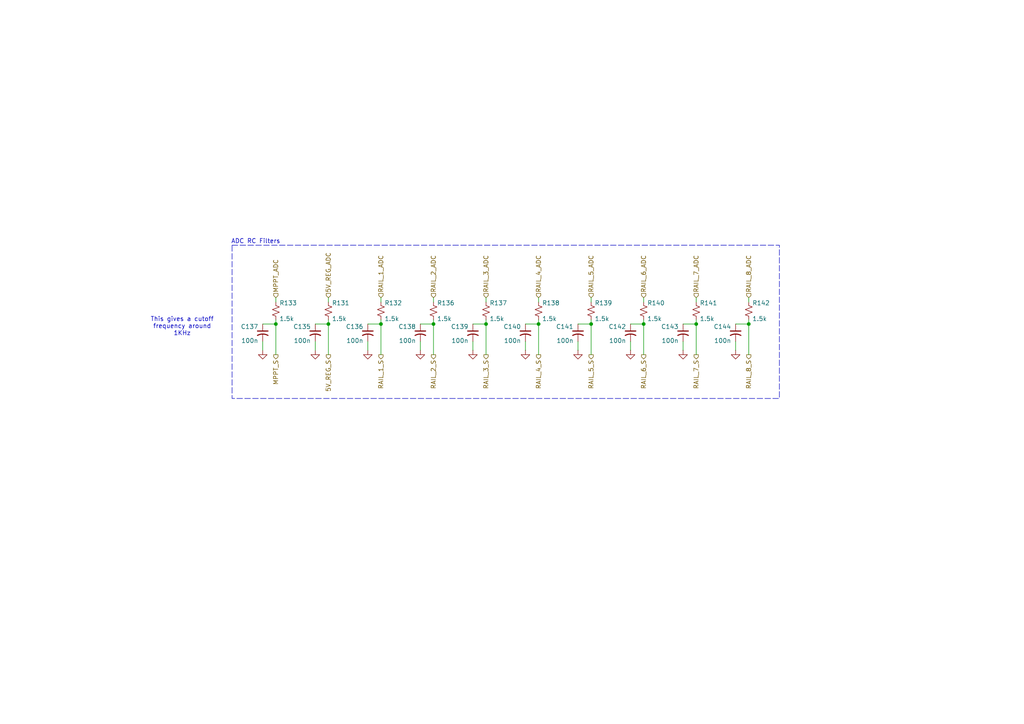
<source format=kicad_sch>
(kicad_sch (version 20250114) (generator "eeschema") (generator_version "9.0")
  (paper "A4")
  (lib_symbols
    (symbol "Device:C_Small_US" (pin_numbers (hide yes)) (pin_names (offset 0.254) (hide yes))
      (property "Reference" "C" (at 0.254 1.778 0))
      (property "Value" "C_Small_US" (at 0.254 -2.032 0))
      (symbol "C_Small_US_0_1"
        (polyline (pts (xy -1.524 0.508) (xy 1.524 0.508)) (stroke (width 0.3048)))
        (arc (start -1.524 -0.762) (mid 0 -0.3734) (end 1.524 -0.762) (stroke (width 0.3048)))
      )
      (symbol "C_Small_US_1_1"
        (pin passive line (at 0 2.54 270) (length 2.032) (name "~") (number "1"))
        (pin passive line (at 0 -2.54 90) (length 2.032) (name "~") (number "2"))
      )
    )
    (symbol "Device:R_Small_US" (pin_numbers (hide yes)) (pin_names (offset 0.254) (hide yes))
      (property "Reference" "R" (at 0.762 0.508 0))
      (property "Value" "R_Small_US" (at 0.762 -1.016 0))
      (symbol "R_Small_US_1_1"
        (polyline (pts (xy 0 1.524) (xy 1.016 1.143) (xy 0 0.762) (xy -1.016 0.381) (xy 0 0)))
        (polyline (pts (xy 0 0) (xy 1.016 -0.381) (xy 0 -0.762) (xy -1.016 -1.143) (xy 0 -1.524)))
        (pin passive line (at 0 2.54 270) (length 1.016) (name "~") (number "1"))
        (pin passive line (at 0 -2.54 90) (length 1.016) (name "~") (number "2"))
      )
    )
    (symbol "power:GND" (power) (pin_numbers (hide yes)) (pin_names (offset 0) (hide yes))
      (property "Value" "GND" (at 0 -3.81 0))
      (symbol "GND_0_1"
        (polyline (pts (xy 0 0) (xy 0 -1.27) (xy 1.27 -1.27) (xy 0 -2.54) (xy -1.27 -1.27) (xy 0 -1.27)))
      )
      (symbol "GND_1_1"
        (pin power_in line (at 0 0 270) (length 0) (name "~") (number "1"))
      )
    )
  )
  (rectangle (start 67.31 71.12) (end 226.06 115.57) (stroke (width 0) (type dash)))
  (text "This gives a cutoff\nfrequency around\n1KHz" (at 52.832 94.742 0) (effects (font (size 1.27 1.27))))
  (text "ADC RC Filters" (at 74.168 70.104 0) (effects (font (size 1.27 1.27))))
  (junction (at 140.97 93.98))
  (junction (at 156.21 93.98))
  (junction (at 80.01 93.98))
  (junction (at 125.73 93.98))
  (junction (at 217.17 93.98))
  (junction (at 95.25 93.98))
  (junction (at 201.93 93.98))
  (junction (at 110.49 93.98))
  (junction (at 171.45 93.98))
  (junction (at 186.69 93.98))
  (wire (pts (xy 217.17 86.36) (xy 217.17 87.63)))
  (wire (pts (xy 106.68 99.06) (xy 106.68 101.6)))
  (wire (pts (xy 152.4 99.06) (xy 152.4 101.6)))
  (wire (pts (xy 156.21 93.98) (xy 156.21 102.87)))
  (wire (pts (xy 76.2 99.06) (xy 76.2 101.6)))
  (wire (pts (xy 186.69 86.36) (xy 186.69 87.63)))
  (wire (pts (xy 110.49 86.36) (xy 110.49 87.63)))
  (wire (pts (xy 125.73 93.98) (xy 125.73 102.87)))
  (wire (pts (xy 121.92 99.06) (xy 121.92 101.6)))
  (wire (pts (xy 95.25 92.71) (xy 95.25 93.98)))
  (wire (pts (xy 140.97 93.98) (xy 140.97 102.87)))
  (wire (pts (xy 167.64 93.98) (xy 171.45 93.98)))
  (wire (pts (xy 80.01 86.36) (xy 80.01 87.63)))
  (wire (pts (xy 186.69 92.71) (xy 186.69 93.98)))
  (wire (pts (xy 171.45 92.71) (xy 171.45 93.98)))
  (wire (pts (xy 137.16 93.98) (xy 140.97 93.98)))
  (wire (pts (xy 186.69 93.98) (xy 186.69 102.87)))
  (wire (pts (xy 213.36 99.06) (xy 213.36 101.6)))
  (wire (pts (xy 95.25 86.36) (xy 95.25 87.63)))
  (wire (pts (xy 95.25 93.98) (xy 95.25 102.87)))
  (wire (pts (xy 106.68 93.98) (xy 110.49 93.98)))
  (wire (pts (xy 213.36 93.98) (xy 217.17 93.98)))
  (wire (pts (xy 121.92 93.98) (xy 125.73 93.98)))
  (wire (pts (xy 182.88 93.98) (xy 186.69 93.98)))
  (wire (pts (xy 80.01 92.71) (xy 80.01 93.98)))
  (wire (pts (xy 125.73 92.71) (xy 125.73 93.98)))
  (wire (pts (xy 137.16 99.06) (xy 137.16 101.6)))
  (wire (pts (xy 156.21 86.36) (xy 156.21 87.63)))
  (wire (pts (xy 171.45 86.36) (xy 171.45 87.63)))
  (wire (pts (xy 140.97 92.71) (xy 140.97 93.98)))
  (wire (pts (xy 171.45 93.98) (xy 171.45 102.87)))
  (wire (pts (xy 201.93 92.71) (xy 201.93 93.98)))
  (wire (pts (xy 217.17 93.98) (xy 217.17 102.87)))
  (wire (pts (xy 110.49 93.98) (xy 110.49 102.87)))
  (wire (pts (xy 198.12 93.98) (xy 201.93 93.98)))
  (wire (pts (xy 167.64 99.06) (xy 167.64 101.6)))
  (wire (pts (xy 217.17 92.71) (xy 217.17 93.98)))
  (wire (pts (xy 110.49 92.71) (xy 110.49 93.98)))
  (wire (pts (xy 201.93 86.36) (xy 201.93 87.63)))
  (wire (pts (xy 91.44 99.06) (xy 91.44 101.6)))
  (wire (pts (xy 91.44 93.98) (xy 95.25 93.98)))
  (wire (pts (xy 125.73 86.36) (xy 125.73 87.63)))
  (wire (pts (xy 198.12 99.06) (xy 198.12 101.6)))
  (wire (pts (xy 152.4 93.98) (xy 156.21 93.98)))
  (wire (pts (xy 140.97 86.36) (xy 140.97 87.63)))
  (wire (pts (xy 182.88 99.06) (xy 182.88 101.6)))
  (wire (pts (xy 76.2 93.98) (xy 80.01 93.98)))
  (wire (pts (xy 80.01 93.98) (xy 80.01 102.87)))
  (wire (pts (xy 156.21 92.71) (xy 156.21 93.98)))
  (wire (pts (xy 201.93 93.98) (xy 201.93 102.87)))
  (hierarchical_label "RAIL_8_S" (shape output) (at 217.17 102.87 270))
  (hierarchical_label "RAIL_1_ADC" (shape input) (at 110.49 86.36 90))
  (hierarchical_label "RAIL_2_S" (shape output) (at 125.73 102.87 270))
  (hierarchical_label "RAIL_7_ADC" (shape input) (at 201.93 86.36 90))
  (hierarchical_label "RAIL_6_ADC" (shape input) (at 186.69 86.36 90))
  (hierarchical_label "RAIL_1_S" (shape output) (at 110.49 102.87 270))
  (hierarchical_label "RAIL_5_ADC" (shape input) (at 171.45 86.36 90))
  (hierarchical_label "RAIL_5_S" (shape output) (at 171.45 102.87 270))
  (hierarchical_label "MPPT_S" (shape output) (at 80.01 102.87 270))
  (hierarchical_label "RAIL_6_S" (shape output) (at 186.69 102.87 270))
  (hierarchical_label "RAIL_7_S" (shape output) (at 201.93 102.87 270))
  (hierarchical_label "RAIL_4_S" (shape output) (at 156.21 102.87 270))
  (hierarchical_label "RAIL_2_ADC" (shape input) (at 125.73 86.36 90))
  (hierarchical_label "RAIL_8_ADC" (shape input) (at 217.17 86.36 90))
  (hierarchical_label "RAIL_3_S" (shape output) (at 140.97 102.87 270))
  (hierarchical_label "MPPT_ADC" (shape input) (at 80.01 86.36 90))
  (hierarchical_label "5V_REG_S" (shape output) (at 95.25 102.87 270))
  (hierarchical_label "5V_REG_ADC" (shape input) (at 95.25 86.36 90))
  (hierarchical_label "RAIL_4_ADC" (shape input) (at 156.21 86.36 90))
  (hierarchical_label "RAIL_3_ADC" (shape input) (at 140.97 86.36 90))
  (symbol (lib_id "power:GND") (at 167.64 101.6 0) (unit 1)
    (property "Reference" "#PWR051" (effects (hide yes)))
    (property "Value" "GND" (effects (hide yes)))
    (property "Description" "Power symbol creates a global label with name \"GND\" , ground" (effects (hide yes)))
  )
  (symbol (lib_id "Device:C_Small_US") (at 182.88 96.52 0) (unit 1)
    (property "Reference" "C142" (at 181.61 94.742 0) (effects (justify right)))
    (property "Value" "100n" (at 181.61 98.806 0) (effects (justify right)))
    (property "Description" "capacitor, small US symbol" (effects (hide yes)))
  )
  (symbol (lib_id "Device:C_Small_US") (at 121.92 96.52 0) (unit 1)
    (property "Reference" "C138" (at 120.65 94.742 0) (effects (justify right)))
    (property "Value" "100n" (at 120.65 98.806 0) (effects (justify right)))
    (property "Description" "capacitor, small US symbol" (effects (hide yes)))
  )
  (symbol (lib_id "Device:C_Small_US") (at 137.16 96.52 0) (unit 1)
    (property "Reference" "C139" (at 135.89 94.742 0) (effects (justify right)))
    (property "Value" "100n" (at 135.89 98.806 0) (effects (justify right)))
    (property "Description" "capacitor, small US symbol" (effects (hide yes)))
  )
  (symbol (lib_id "Device:R_Small_US") (at 80.01 90.17 0) (unit 1)
    (property "Reference" "R133" (at 81.026 87.884 0) (effects (justify left)))
    (property "Value" "1.5k" (at 81.026 92.456 0) (effects (justify left)))
    (property "Description" "Resistor, small US symbol" (effects (hide yes)))
  )
  (symbol (lib_id "Device:C_Small_US") (at 152.4 96.52 0) (unit 1)
    (property "Reference" "C140" (at 151.13 94.742 0) (effects (justify right)))
    (property "Value" "100n" (at 151.13 98.806 0) (effects (justify right)))
    (property "Description" "capacitor, small US symbol" (effects (hide yes)))
  )
  (symbol (lib_id "power:GND") (at 137.16 101.6 0) (unit 1)
    (property "Reference" "#PWR049" (effects (hide yes)))
    (property "Value" "GND" (effects (hide yes)))
    (property "Description" "Power symbol creates a global label with name \"GND\" , ground" (effects (hide yes)))
  )
  (symbol (lib_id "power:GND") (at 182.88 101.6 0) (unit 1)
    (property "Reference" "#PWR052" (effects (hide yes)))
    (property "Value" "GND" (effects (hide yes)))
    (property "Description" "Power symbol creates a global label with name \"GND\" , ground" (effects (hide yes)))
  )
  (symbol (lib_id "Device:R_Small_US") (at 125.73 90.17 0) (unit 1)
    (property "Reference" "R136" (at 126.746 87.884 0) (effects (justify left)))
    (property "Value" "1.5k" (at 126.746 92.456 0) (effects (justify left)))
    (property "Description" "Resistor, small US symbol" (effects (hide yes)))
  )
  (symbol (lib_id "Device:C_Small_US") (at 106.68 96.52 0) (unit 1)
    (property "Reference" "C136" (at 105.41 94.742 0) (effects (justify right)))
    (property "Value" "100n" (at 105.41 98.806 0) (effects (justify right)))
    (property "Description" "capacitor, small US symbol" (effects (hide yes)))
  )
  (symbol (lib_id "Device:C_Small_US") (at 198.12 96.52 0) (unit 1)
    (property "Reference" "C143" (at 196.85 94.742 0) (effects (justify right)))
    (property "Value" "100n" (at 196.85 98.806 0) (effects (justify right)))
    (property "Description" "capacitor, small US symbol" (effects (hide yes)))
  )
  (symbol (lib_id "power:GND") (at 121.92 101.6 0) (unit 1)
    (property "Reference" "#PWR048" (effects (hide yes)))
    (property "Value" "GND" (effects (hide yes)))
    (property "Description" "Power symbol creates a global label with name \"GND\" , ground" (effects (hide yes)))
  )
  (symbol (lib_id "power:GND") (at 213.36 101.6 0) (unit 1)
    (property "Reference" "#PWR054" (effects (hide yes)))
    (property "Value" "GND" (effects (hide yes)))
    (property "Description" "Power symbol creates a global label with name \"GND\" , ground" (effects (hide yes)))
  )
  (symbol (lib_id "Device:R_Small_US") (at 110.49 90.17 0) (unit 1)
    (property "Reference" "R132" (at 111.506 87.884 0) (effects (justify left)))
    (property "Value" "1.5k" (at 111.506 92.456 0) (effects (justify left)))
    (property "Description" "Resistor, small US symbol" (effects (hide yes)))
  )
  (symbol (lib_id "Device:C_Small_US") (at 76.2 96.52 0) (unit 1)
    (property "Reference" "C137" (at 74.93 94.742 0) (effects (justify right)))
    (property "Value" "100n" (at 74.93 98.806 0) (effects (justify right)))
    (property "Description" "capacitor, small US symbol" (effects (hide yes)))
  )
  (symbol (lib_id "power:GND") (at 91.44 101.6 0) (unit 1)
    (property "Reference" "#PWR045" (effects (hide yes)))
    (property "Value" "GND" (effects (hide yes)))
    (property "Description" "Power symbol creates a global label with name \"GND\" , ground" (effects (hide yes)))
  )
  (symbol (lib_id "Device:R_Small_US") (at 140.97 90.17 0) (unit 1)
    (property "Reference" "R137" (at 141.986 87.884 0) (effects (justify left)))
    (property "Value" "1.5k" (at 141.986 92.456 0) (effects (justify left)))
    (property "Description" "Resistor, small US symbol" (effects (hide yes)))
  )
  (symbol (lib_id "power:GND") (at 152.4 101.6 0) (unit 1)
    (property "Reference" "#PWR050" (effects (hide yes)))
    (property "Value" "GND" (effects (hide yes)))
    (property "Description" "Power symbol creates a global label with name \"GND\" , ground" (effects (hide yes)))
  )
  (symbol (lib_id "power:GND") (at 198.12 101.6 0) (unit 1)
    (property "Reference" "#PWR053" (effects (hide yes)))
    (property "Value" "GND" (effects (hide yes)))
    (property "Description" "Power symbol creates a global label with name \"GND\" , ground" (effects (hide yes)))
  )
  (symbol (lib_id "Device:R_Small_US") (at 201.93 90.17 0) (unit 1)
    (property "Reference" "R141" (at 202.946 87.884 0) (effects (justify left)))
    (property "Value" "1.5k" (at 202.946 92.456 0) (effects (justify left)))
    (property "Description" "Resistor, small US symbol" (effects (hide yes)))
  )
  (symbol (lib_id "Device:R_Small_US") (at 95.25 90.17 0) (unit 1)
    (property "Reference" "R131" (at 96.266 87.884 0) (effects (justify left)))
    (property "Value" "1.5k" (at 96.266 92.456 0) (effects (justify left)))
    (property "Description" "Resistor, small US symbol" (effects (hide yes)))
  )
  (symbol (lib_id "power:GND") (at 106.68 101.6 0) (unit 1)
    (property "Reference" "#PWR046" (effects (hide yes)))
    (property "Value" "GND" (effects (hide yes)))
    (property "Description" "Power symbol creates a global label with name \"GND\" , ground" (effects (hide yes)))
  )
  (symbol (lib_id "Device:C_Small_US") (at 167.64 96.52 0) (unit 1)
    (property "Reference" "C141" (at 166.37 94.742 0) (effects (justify right)))
    (property "Value" "100n" (at 166.37 98.806 0) (effects (justify right)))
    (property "Description" "capacitor, small US symbol" (effects (hide yes)))
  )
  (symbol (lib_id "Device:R_Small_US") (at 171.45 90.17 0) (unit 1)
    (property "Reference" "R139" (at 172.466 87.884 0) (effects (justify left)))
    (property "Value" "1.5k" (at 172.466 92.456 0) (effects (justify left)))
    (property "Description" "Resistor, small US symbol" (effects (hide yes)))
  )
  (symbol (lib_id "Device:R_Small_US") (at 217.17 90.17 0) (unit 1)
    (property "Reference" "R142" (at 218.186 87.884 0) (effects (justify left)))
    (property "Value" "1.5k" (at 218.186 92.456 0) (effects (justify left)))
    (property "Description" "Resistor, small US symbol" (effects (hide yes)))
  )
  (symbol (lib_id "Device:C_Small_US") (at 213.36 96.52 0) (unit 1)
    (property "Reference" "C144" (at 212.09 94.742 0) (effects (justify right)))
    (property "Value" "100n" (at 212.09 98.806 0) (effects (justify right)))
    (property "Description" "capacitor, small US symbol" (effects (hide yes)))
  )
  (symbol (lib_id "Device:C_Small_US") (at 91.44 96.52 0) (unit 1)
    (property "Reference" "C135" (at 90.17 94.742 0) (effects (justify right)))
    (property "Value" "100n" (at 90.17 98.806 0) (effects (justify right)))
    (property "Description" "capacitor, small US symbol" (effects (hide yes)))
  )
  (symbol (lib_id "power:GND") (at 76.2 101.6 0) (unit 1)
    (property "Reference" "#PWR047" (effects (hide yes)))
    (property "Value" "GND" (effects (hide yes)))
    (property "Description" "Power symbol creates a global label with name \"GND\" , ground" (effects (hide yes)))
  )
  (symbol (lib_id "Device:R_Small_US") (at 186.69 90.17 0) (unit 1)
    (property "Reference" "R140" (at 187.706 87.884 0) (effects (justify left)))
    (property "Value" "1.5k" (at 187.706 92.456 0) (effects (justify left)))
    (property "Description" "Resistor, small US symbol" (effects (hide yes)))
  )
  (symbol (lib_id "Device:R_Small_US") (at 156.21 90.17 0) (unit 1)
    (property "Reference" "R138" (at 157.226 87.884 0) (effects (justify left)))
    (property "Value" "1.5k" (at 157.226 92.456 0) (effects (justify left)))
    (property "Description" "Resistor, small US symbol" (effects (hide yes)))
  )
)
</source>
